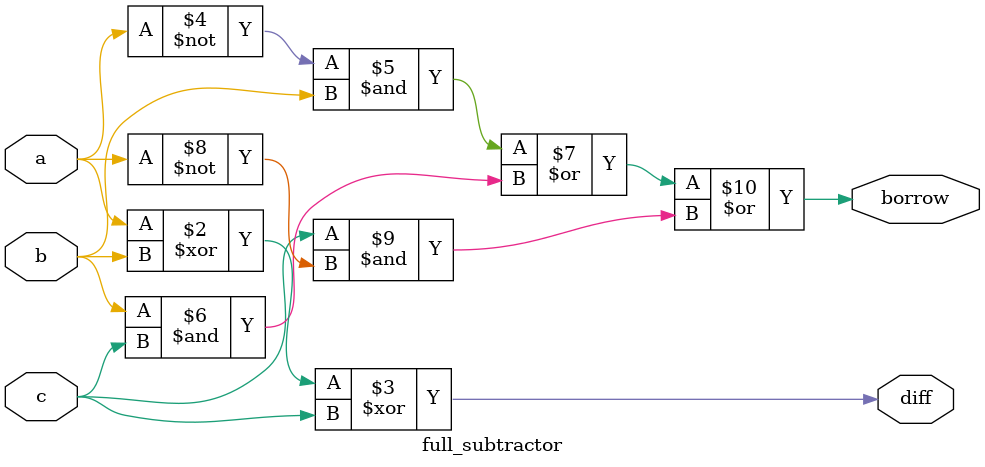
<source format=v>
module full_subtractor(
  input a,b,c,
  output reg diff,borrow
);
  always@(*) begin
    diff = a^b^c;
    borrow = (~a&b)|(b&c)|(c&~a);
  end
endmodule

</source>
